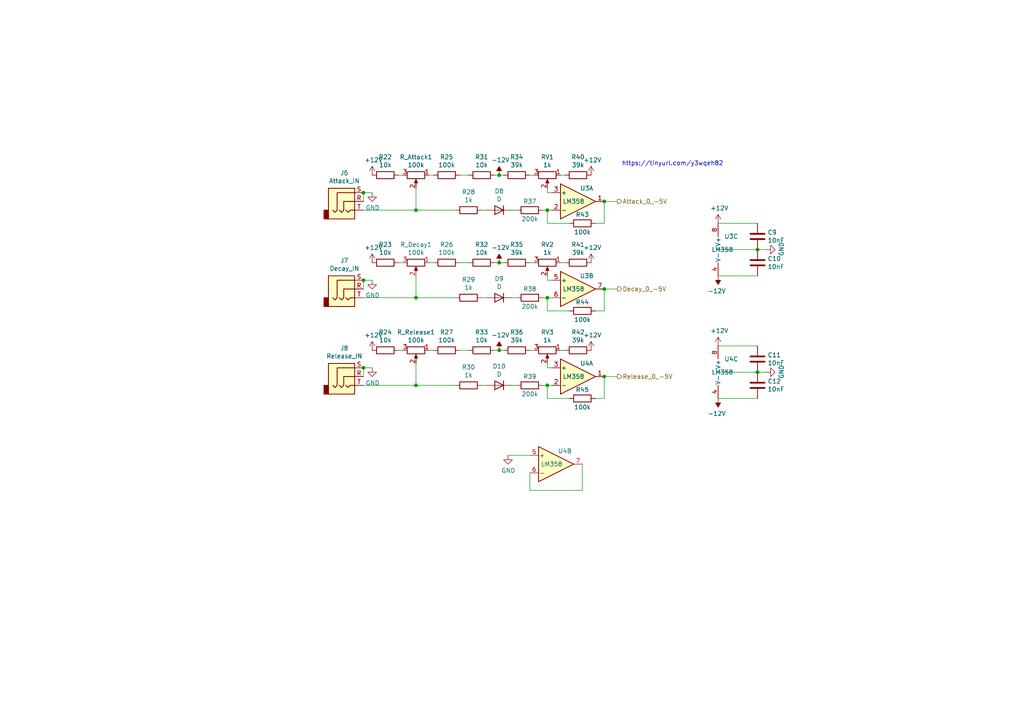
<source format=kicad_sch>
(kicad_sch (version 20211123) (generator eeschema)
  (paper "A4")
  (lib_symbols
    (symbol "Amplifier_Operational:LM358" (pin_names (offset 0.127))
      (property "Reference" "U" (at 0 5.08 0))
      (property "Value" "LM358" (at 0 -5.08 0))
      (symbol "LM358_1_1"
        (polyline (pts (xy -5.08 5.08) (xy 5.08 0) (xy -5.08 -5.08) (xy -5.08 5.08)) (stroke (width 0.254)) (fill (type background)))
        (pin output line (at 7.62 0 180) (length 2.54) (name "~") (number "1"))
        (pin input line (at -7.62 -2.54 0) (length 2.54) (name "-") (number "2"))
        (pin input line (at -7.62 2.54 0) (length 2.54) (name "+") (number "3"))
      )
      (symbol "LM358_2_1"
        (polyline (pts (xy -5.08 5.08) (xy 5.08 0) (xy -5.08 -5.08) (xy -5.08 5.08)) (stroke (width 0.254)) (fill (type background)))
        (pin input line (at -7.62 2.54 0) (length 2.54) (name "+") (number "5"))
        (pin input line (at -7.62 -2.54 0) (length 2.54) (name "-") (number "6"))
        (pin output line (at 7.62 0 180) (length 2.54) (name "~") (number "7"))
      )
      (symbol "LM358_3_1"
        (pin power_in line (at -2.54 -7.62 90) (length 3.81) (name "V-") (number "4"))
        (pin power_in line (at -2.54 7.62 270) (length 3.81) (name "V+") (number "8"))
      )
    )
    (symbol "Connector:AudioJack3"
      (property "Reference" "J" (at 0 8.89 0))
      (property "Value" "AudioJack3" (at 0 6.35 0))
      (symbol "AudioJack3_0_1"
        (rectangle (start -5.08 -5.08) (end -6.35 -2.54) (stroke (width 0.254)) (fill (type outline)))
        (polyline (pts (xy 0 -2.54) (xy 0.635 -3.175) (xy 1.27 -2.54) (xy 2.54 -2.54)) (stroke (width 0.254)))
        (polyline (pts (xy -1.905 -2.54) (xy -1.27 -3.175) (xy -0.635 -2.54) (xy -0.635 0) (xy 2.54 0)) (stroke (width 0.254)))
        (polyline (pts (xy 2.54 2.54) (xy -2.54 2.54) (xy -2.54 -2.54) (xy -3.175 -3.175) (xy -3.81 -2.54)) (stroke (width 0.254)))
        (rectangle (start 2.54 3.81) (end -5.08 -5.08) (stroke (width 0.254)) (fill (type background)))
      )
      (symbol "AudioJack3_1_1"
        (pin passive line (at 5.08 0 180) (length 2.54) (name "~") (number "R"))
        (pin passive line (at 5.08 2.54 180) (length 2.54) (name "~") (number "S"))
        (pin passive line (at 5.08 -2.54 180) (length 2.54) (name "~") (number "T"))
      )
    )
    (symbol "Device:C" (pin_numbers hide) (pin_names (offset 0.254))
      (property "Reference" "C" (at 0.635 2.54 0))
      (property "Value" "C" (at 0.635 -2.54 0))
      (symbol "C_0_1"
        (polyline (pts (xy -2.032 -0.762) (xy 2.032 -0.762)) (stroke (width 0.508)))
        (polyline (pts (xy -2.032 0.762) (xy 2.032 0.762)) (stroke (width 0.508)))
      )
      (symbol "C_1_1"
        (pin passive line (at 0 3.81 270) (length 2.794) (name "~") (number "1"))
        (pin passive line (at 0 -3.81 90) (length 2.794) (name "~") (number "2"))
      )
    )
    (symbol "Device:D" (pin_numbers hide) (pin_names (offset 1.016) hide)
      (property "Reference" "D" (at 0 2.54 0))
      (property "Value" "D" (at 0 -2.54 0))
      (symbol "D_0_1"
        (polyline (pts (xy -1.27 1.27) (xy -1.27 -1.27)) (stroke (width 0.254)))
        (polyline (pts (xy 1.27 0) (xy -1.27 0)))
        (polyline (pts (xy 1.27 1.27) (xy 1.27 -1.27) (xy -1.27 0) (xy 1.27 1.27)) (stroke (width 0.254)))
      )
      (symbol "D_1_1"
        (pin passive line (at -3.81 0 0) (length 2.54) (name "K") (number "1"))
        (pin passive line (at 3.81 0 180) (length 2.54) (name "A") (number "2"))
      )
    )
    (symbol "Device:R" (pin_numbers hide) (pin_names (offset 0))
      (property "Reference" "R" (at 2.032 0 90))
      (property "Value" "R" (at 0 0 90))
      (symbol "R_0_1"
        (rectangle (start -1.016 -2.54) (end 1.016 2.54) (stroke (width 0.254)))
      )
      (symbol "R_1_1"
        (pin passive line (at 0 3.81 270) (length 1.27) (name "~") (number "1"))
        (pin passive line (at 0 -3.81 90) (length 1.27) (name "~") (number "2"))
      )
    )
    (symbol "Device:R_Potentiometer" (pin_names (offset 1.016) hide)
      (property "Reference" "RV" (at -4.445 0 90))
      (property "Value" "R_Potentiometer" (at -2.54 0 90))
      (symbol "R_Potentiometer_0_1"
        (polyline (pts (xy 2.54 0) (xy 1.524 0)))
        (polyline (pts (xy 1.143 0) (xy 2.286 0.508) (xy 2.286 -0.508) (xy 1.143 0)) (fill (type outline)))
        (rectangle (start 1.016 2.54) (end -1.016 -2.54) (stroke (width 0.254)))
      )
      (symbol "R_Potentiometer_1_1"
        (pin passive line (at 0 3.81 270) (length 1.27) (name "1") (number "1"))
        (pin passive line (at 3.81 0 180) (length 1.27) (name "2") (number "2"))
        (pin passive line (at 0 -3.81 90) (length 1.27) (name "3") (number "3"))
      )
    )
    (symbol "power:+12V" (power) (pin_names (offset 0))
      (property "Value" "+12V" (at 0 3.556 0))
      (symbol "+12V_0_1"
        (polyline (pts (xy -0.762 1.27) (xy 0 2.54)))
        (polyline (pts (xy 0 0) (xy 0 2.54)))
        (polyline (pts (xy 0 2.54) (xy 0.762 1.27)))
      )
      (symbol "+12V_1_1"
        (pin power_in line (at 0 0 90) (length 0) hide (name "+12V") (number "1"))
      )
    )
    (symbol "power:-12V" (power) (pin_names (offset 0))
      (property "Value" "-12V" (at 0 3.81 0))
      (symbol "-12V_0_0"
        (pin power_in line (at 0 0 90) (length 0) hide (name "-12V") (number "1"))
      )
      (symbol "-12V_0_1"
        (polyline (pts (xy 0 0) (xy 0 1.27) (xy 0.762 1.27) (xy 0 2.54) (xy -0.762 1.27) (xy 0 1.27)) (fill (type outline)))
      )
    )
    (symbol "power:GND" (power) (pin_names (offset 0))
      (property "Value" "GND" (at 0 -3.81 0))
      (symbol "GND_0_1"
        (polyline (pts (xy 0 0) (xy 0 -1.27) (xy 1.27 -1.27) (xy 0 -2.54) (xy -1.27 -1.27) (xy 0 -1.27)))
      )
      (symbol "GND_1_1"
        (pin power_in line (at 0 0 270) (length 0) hide (name "GND") (number "1"))
      )
    )
  )
  (junction (at 120.65 111.76))
  (junction (at 105.41 81.28))
  (junction (at 105.41 106.68))
  (junction (at 158.75 86.36))
  (junction (at 144.78 50.8))
  (junction (at 175.26 58.42))
  (junction (at 105.41 55.88))
  (junction (at 120.65 60.96))
  (junction (at 219.71 107.95))
  (junction (at 175.26 109.22))
  (junction (at 120.65 86.36))
  (junction (at 158.75 111.76))
  (junction (at 175.26 83.82))
  (junction (at 158.75 60.96))
  (junction (at 219.71 72.39))
  (junction (at 144.78 76.2))
  (junction (at 144.78 101.6))
  (wire (pts (xy 139.7 60.96) (xy 140.97 60.96)))
  (wire (pts (xy 158.75 55.88) (xy 160.02 55.88)))
  (wire (pts (xy 153.67 137.16) (xy 153.67 142.24)))
  (wire (pts (xy 208.28 115.57) (xy 219.71 115.57)))
  (wire (pts (xy 219.71 72.39) (xy 222.25 72.39)))
  (wire (pts (xy 153.67 50.8) (xy 154.94 50.8)))
  (wire (pts (xy 175.26 115.57) (xy 172.72 115.57)))
  (wire (pts (xy 175.26 109.22) (xy 179.07 109.22)))
  (wire (pts (xy 153.67 132.08) (xy 147.32 132.08)))
  (wire (pts (xy 157.48 60.96) (xy 158.75 60.96)))
  (wire (pts (xy 146.05 76.2) (xy 144.78 76.2)))
  (wire (pts (xy 124.46 101.6) (xy 125.73 101.6)))
  (wire (pts (xy 148.59 86.36) (xy 149.86 86.36)))
  (wire (pts (xy 165.1 64.77) (xy 158.75 64.77)))
  (wire (pts (xy 120.65 80.01) (xy 120.65 86.36)))
  (wire (pts (xy 208.28 107.95) (xy 219.71 107.95)))
  (wire (pts (xy 144.78 50.8) (xy 143.51 50.8)))
  (wire (pts (xy 148.59 60.96) (xy 149.86 60.96)))
  (wire (pts (xy 175.26 83.82) (xy 179.07 83.82)))
  (wire (pts (xy 158.75 81.28) (xy 160.02 81.28)))
  (wire (pts (xy 153.67 101.6) (xy 154.94 101.6)))
  (wire (pts (xy 107.95 106.68) (xy 105.41 106.68)))
  (wire (pts (xy 107.95 55.88) (xy 105.41 55.88)))
  (wire (pts (xy 157.48 111.76) (xy 158.75 111.76)))
  (wire (pts (xy 146.05 101.6) (xy 144.78 101.6)))
  (wire (pts (xy 208.28 64.77) (xy 219.71 64.77)))
  (wire (pts (xy 105.41 109.22) (xy 105.41 106.68)))
  (wire (pts (xy 124.46 76.2) (xy 125.73 76.2)))
  (wire (pts (xy 120.65 111.76) (xy 132.08 111.76)))
  (wire (pts (xy 105.41 58.42) (xy 105.41 55.88)))
  (wire (pts (xy 208.28 72.39) (xy 219.71 72.39)))
  (wire (pts (xy 120.65 86.36) (xy 132.08 86.36)))
  (wire (pts (xy 158.75 105.41) (xy 158.75 106.68)))
  (wire (pts (xy 107.95 81.28) (xy 105.41 81.28)))
  (wire (pts (xy 139.7 86.36) (xy 140.97 86.36)))
  (wire (pts (xy 146.05 50.8) (xy 144.78 50.8)))
  (wire (pts (xy 153.67 142.24) (xy 168.91 142.24)))
  (wire (pts (xy 133.35 50.8) (xy 135.89 50.8)))
  (wire (pts (xy 162.56 101.6) (xy 163.83 101.6)))
  (wire (pts (xy 158.75 90.17) (xy 158.75 86.36)))
  (wire (pts (xy 144.78 101.6) (xy 143.51 101.6)))
  (wire (pts (xy 157.48 86.36) (xy 158.75 86.36)))
  (wire (pts (xy 124.46 50.8) (xy 125.73 50.8)))
  (wire (pts (xy 219.71 107.95) (xy 222.25 107.95)))
  (wire (pts (xy 105.41 83.82) (xy 105.41 81.28)))
  (wire (pts (xy 175.26 64.77) (xy 172.72 64.77)))
  (wire (pts (xy 158.75 80.01) (xy 158.75 81.28)))
  (wire (pts (xy 158.75 64.77) (xy 158.75 60.96)))
  (wire (pts (xy 175.26 58.42) (xy 179.07 58.42)))
  (wire (pts (xy 105.41 60.96) (xy 120.65 60.96)))
  (wire (pts (xy 144.78 76.2) (xy 143.51 76.2)))
  (wire (pts (xy 120.65 105.41) (xy 120.65 111.76)))
  (wire (pts (xy 162.56 50.8) (xy 163.83 50.8)))
  (wire (pts (xy 165.1 90.17) (xy 158.75 90.17)))
  (wire (pts (xy 208.28 100.33) (xy 219.71 100.33)))
  (wire (pts (xy 115.57 50.8) (xy 116.84 50.8)))
  (wire (pts (xy 105.41 86.36) (xy 120.65 86.36)))
  (wire (pts (xy 175.26 90.17) (xy 172.72 90.17)))
  (wire (pts (xy 158.75 86.36) (xy 160.02 86.36)))
  (wire (pts (xy 158.75 106.68) (xy 160.02 106.68)))
  (wire (pts (xy 208.28 80.01) (xy 219.71 80.01)))
  (wire (pts (xy 175.26 109.22) (xy 175.26 115.57)))
  (wire (pts (xy 133.35 76.2) (xy 135.89 76.2)))
  (wire (pts (xy 105.41 111.76) (xy 120.65 111.76)))
  (wire (pts (xy 158.75 115.57) (xy 158.75 111.76)))
  (wire (pts (xy 158.75 54.61) (xy 158.75 55.88)))
  (wire (pts (xy 165.1 115.57) (xy 158.75 115.57)))
  (wire (pts (xy 115.57 101.6) (xy 116.84 101.6)))
  (wire (pts (xy 120.65 54.61) (xy 120.65 60.96)))
  (wire (pts (xy 158.75 60.96) (xy 160.02 60.96)))
  (wire (pts (xy 168.91 142.24) (xy 168.91 134.62)))
  (wire (pts (xy 158.75 111.76) (xy 160.02 111.76)))
  (wire (pts (xy 153.67 76.2) (xy 154.94 76.2)))
  (wire (pts (xy 175.26 58.42) (xy 175.26 64.77)))
  (wire (pts (xy 133.35 101.6) (xy 135.89 101.6)))
  (wire (pts (xy 148.59 111.76) (xy 149.86 111.76)))
  (wire (pts (xy 139.7 111.76) (xy 140.97 111.76)))
  (wire (pts (xy 120.65 60.96) (xy 132.08 60.96)))
  (wire (pts (xy 175.26 83.82) (xy 175.26 90.17)))
  (wire (pts (xy 115.57 76.2) (xy 116.84 76.2)))
  (wire (pts (xy 162.56 76.2) (xy 163.83 76.2)))
  (text "https://tinyurl.com/y3wqeh82" (at 180.34 48.26 0) (effects (font (size 1.27 1.27)) (justify left bottom)))
  (hierarchical_label "Decay_0_-5V" (shape output) (at 179.07 83.82 0))
  (hierarchical_label "Release_0_-5V" (shape output) (at 179.07 109.22 0))
  (hierarchical_label "Attack_0_-5V" (shape output) (at 179.07 58.42 0))
  (symbol (lib_id "power:GND") (at 147.32 132.08 0) (unit 1)
    (property "Reference" "#PWR0109" (effects hide))
    (property "Value" "GND" (at 147.447 136.4742 0))
  )
  (symbol (lib_id "Connector:AudioJack3") (at 100.33 58.42 0) (unit 1)
    (property "Reference" "J6" (at 99.8728 50.165 0))
    (property "Value" "Attack_IN" (at 99.8728 52.4764 0))
    (property "Footprint" "My Stuff:Jack_2.5mm_MJ-355W_Vertical" (effects hide))
  )
  (symbol (lib_id "Connector:AudioJack3") (at 100.33 83.82 0) (unit 1)
    (property "Reference" "J7" (at 99.8728 75.565 0))
    (property "Value" "Decay_IN" (at 99.8728 77.8764 0))
    (property "Footprint" "My Stuff:Jack_2.5mm_MJ-355W_Vertical" (effects hide))
  )
  (symbol (lib_id "Amplifier_Operational:LM358") (at 167.64 58.42 0) (unit 1)
    (property "Reference" "U3" (at 170.18 54.61 0))
    (property "Value" "LM358" (at 166.37 58.42 0))
    (property "Footprint" "Package_DIP:DIP-8_W7.62mm" (effects hide))
    (property "Datasheet" "http://www.ti.com/lit/ds/symlink/lm2904-n.pdf" (effects hide))
  )
  (symbol (lib_id "Device:R") (at 153.67 60.96 270) (unit 1)
    (property "Reference" "R37" (at 153.67 58.42 90))
    (property "Value" "200k" (at 153.67 63.5 90))
    (property "Footprint" "Resistor_SMD:R_1206_3216Metric_Pad1.30x1.75mm_HandSolder" (effects hide))
  )
  (symbol (lib_id "Device:R") (at 168.91 64.77 270) (unit 1)
    (property "Reference" "R43" (at 168.91 62.23 90))
    (property "Value" "100k" (at 168.91 67.31 90))
    (property "Footprint" "Resistor_SMD:R_1206_3216Metric_Pad1.30x1.75mm_HandSolder" (effects hide))
  )
  (symbol (lib_id "power:GND") (at 107.95 55.88 0) (unit 1)
    (property "Reference" "#PWR031" (effects hide))
    (property "Value" "GND" (at 108.077 60.2742 0))
  )
  (symbol (lib_id "Device:D") (at 144.78 60.96 180) (unit 1)
    (property "Reference" "D8" (at 144.78 55.4482 0))
    (property "Value" "D" (at 144.78 57.7596 0))
    (property "Footprint" "Diode_THT:D_A-405_P7.62mm_Horizontal" (effects hide))
  )
  (symbol (lib_id "Device:R") (at 135.89 60.96 90) (unit 1)
    (property "Reference" "R28" (at 135.89 55.7022 90))
    (property "Value" "1k" (at 135.89 58.0136 90))
    (property "Footprint" "Resistor_SMD:R_1206_3216Metric_Pad1.30x1.75mm_HandSolder" (effects hide))
  )
  (symbol (lib_id "Device:R") (at 111.76 50.8 90) (unit 1)
    (property "Reference" "R22" (at 111.76 45.5422 90))
    (property "Value" "10k" (at 111.76 47.8536 90))
    (property "Footprint" "Resistor_SMD:R_1206_3216Metric_Pad1.30x1.75mm_HandSolder" (effects hide))
  )
  (symbol (lib_id "Device:R") (at 139.7 50.8 90) (unit 1)
    (property "Reference" "R31" (at 139.7 45.5422 90))
    (property "Value" "10k" (at 139.7 47.8536 90))
    (property "Footprint" "Resistor_SMD:R_1206_3216Metric_Pad1.30x1.75mm_HandSolder" (effects hide))
  )
  (symbol (lib_id "Device:R_Potentiometer") (at 120.65 50.8 270) (unit 1)
    (property "Reference" "R_Attack1" (at 120.65 45.5422 90))
    (property "Value" "100k" (at 120.65 47.8536 90))
    (property "Footprint" "My Stuff:Potentiometer_Alpha_RD901F-40-00D_Single_Vertical_w_3d" (effects hide))
  )
  (symbol (lib_id "Device:R") (at 149.86 50.8 90) (unit 1)
    (property "Reference" "R34" (at 149.86 45.5422 90))
    (property "Value" "39k" (at 149.86 47.8536 90))
    (property "Footprint" "Resistor_SMD:R_1206_3216Metric_Pad1.30x1.75mm_HandSolder" (effects hide))
  )
  (symbol (lib_id "Device:R") (at 167.64 50.8 90) (unit 1)
    (property "Reference" "R40" (at 167.64 45.5422 90))
    (property "Value" "39k" (at 167.64 47.8536 90))
    (property "Footprint" "Resistor_SMD:R_1206_3216Metric_Pad1.30x1.75mm_HandSolder" (effects hide))
  )
  (symbol (lib_id "Device:R_Potentiometer") (at 158.75 50.8 270) (unit 1)
    (property "Reference" "RV1" (at 158.75 45.5422 90))
    (property "Value" "1k" (at 158.75 47.8536 90))
    (property "Footprint" "Potentiometer_THT:Potentiometer_Bourns_3296W_Vertical" (effects hide))
  )
  (symbol (lib_id "power:+12V") (at 107.95 50.8 0) (unit 1)
    (property "Reference" "#PWR030" (effects hide))
    (property "Value" "+12V" (at 108.331 46.4058 0))
  )
  (symbol (lib_id "power:+12V") (at 171.45 50.8 0) (unit 1)
    (property "Reference" "#PWR039" (effects hide))
    (property "Value" "+12V" (at 171.831 46.4058 0))
  )
  (symbol (lib_id "power:-12V") (at 144.78 50.8 0) (unit 1)
    (property "Reference" "#PWR036" (effects hide))
    (property "Value" "-12V" (at 145.161 46.4058 0))
  )
  (symbol (lib_id "Device:R") (at 129.54 50.8 90) (unit 1)
    (property "Reference" "R25" (at 129.54 45.5422 90))
    (property "Value" "100k" (at 129.54 47.8536 90))
    (property "Footprint" "Resistor_SMD:R_1206_3216Metric_Pad1.30x1.75mm_HandSolder" (effects hide))
  )
  (symbol (lib_id "Amplifier_Operational:LM358") (at 167.64 83.82 0) (unit 2)
    (property "Reference" "U3" (at 170.18 80.01 0))
    (property "Value" "LM358" (at 166.37 83.82 0))
    (property "Footprint" "Package_DIP:DIP-8_W7.62mm" (effects hide))
    (property "Datasheet" "http://www.ti.com/lit/ds/symlink/lm2904-n.pdf" (effects hide))
  )
  (symbol (lib_id "Device:R") (at 153.67 86.36 270) (unit 1)
    (property "Reference" "R38" (at 153.67 83.82 90))
    (property "Value" "200k" (at 153.67 88.9 90))
    (property "Footprint" "Resistor_SMD:R_1206_3216Metric_Pad1.30x1.75mm_HandSolder" (effects hide))
  )
  (symbol (lib_id "Device:R") (at 168.91 90.17 270) (unit 1)
    (property "Reference" "R44" (at 168.91 87.63 90))
    (property "Value" "100k" (at 168.91 92.71 90))
    (property "Footprint" "Resistor_SMD:R_1206_3216Metric_Pad1.30x1.75mm_HandSolder" (effects hide))
  )
  (symbol (lib_id "power:GND") (at 107.95 81.28 0) (unit 1)
    (property "Reference" "#PWR033" (effects hide))
    (property "Value" "GND" (at 108.077 85.6742 0))
  )
  (symbol (lib_id "Device:D") (at 144.78 86.36 180) (unit 1)
    (property "Reference" "D9" (at 144.78 80.8482 0))
    (property "Value" "D" (at 144.78 83.1596 0))
    (property "Footprint" "Diode_THT:D_A-405_P7.62mm_Horizontal" (effects hide))
  )
  (symbol (lib_id "Device:R") (at 135.89 86.36 90) (unit 1)
    (property "Reference" "R29" (at 135.89 81.1022 90))
    (property "Value" "1k" (at 135.89 83.4136 90))
    (property "Footprint" "Resistor_SMD:R_1206_3216Metric_Pad1.30x1.75mm_HandSolder" (effects hide))
  )
  (symbol (lib_id "Device:R") (at 111.76 76.2 90) (unit 1)
    (property "Reference" "R23" (at 111.76 70.9422 90))
    (property "Value" "10k" (at 111.76 73.2536 90))
    (property "Footprint" "Resistor_SMD:R_1206_3216Metric_Pad1.30x1.75mm_HandSolder" (effects hide))
  )
  (symbol (lib_id "Device:R") (at 139.7 76.2 90) (unit 1)
    (property "Reference" "R32" (at 139.7 70.9422 90))
    (property "Value" "10k" (at 139.7 73.2536 90))
    (property "Footprint" "Resistor_SMD:R_1206_3216Metric_Pad1.30x1.75mm_HandSolder" (effects hide))
  )
  (symbol (lib_id "Device:R_Potentiometer") (at 120.65 76.2 270) (unit 1)
    (property "Reference" "R_Decay1" (at 120.65 70.9422 90))
    (property "Value" "100k" (at 120.65 73.2536 90))
    (property "Footprint" "My Stuff:Potentiometer_Alpha_RD901F-40-00D_Single_Vertical_w_3d" (effects hide))
  )
  (symbol (lib_id "Device:R") (at 149.86 76.2 90) (unit 1)
    (property "Reference" "R35" (at 149.86 70.9422 90))
    (property "Value" "39k" (at 149.86 73.2536 90))
    (property "Footprint" "Resistor_SMD:R_1206_3216Metric_Pad1.30x1.75mm_HandSolder" (effects hide))
  )
  (symbol (lib_id "Device:R") (at 167.64 76.2 90) (unit 1)
    (property "Reference" "R41" (at 167.64 70.9422 90))
    (property "Value" "39k" (at 167.64 73.2536 90))
    (property "Footprint" "Resistor_SMD:R_1206_3216Metric_Pad1.30x1.75mm_HandSolder" (effects hide))
  )
  (symbol (lib_id "Device:R_Potentiometer") (at 158.75 76.2 270) (unit 1)
    (property "Reference" "RV2" (at 158.75 70.9422 90))
    (property "Value" "1k" (at 158.75 73.2536 90))
    (property "Footprint" "Potentiometer_THT:Potentiometer_Bourns_3296W_Vertical" (effects hide))
  )
  (symbol (lib_id "power:+12V") (at 107.95 76.2 0) (unit 1)
    (property "Reference" "#PWR032" (effects hide))
    (property "Value" "+12V" (at 108.331 71.8058 0))
  )
  (symbol (lib_id "power:+12V") (at 171.45 76.2 0) (unit 1)
    (property "Reference" "#PWR040" (effects hide))
    (property "Value" "+12V" (at 171.831 71.8058 0))
  )
  (symbol (lib_id "power:-12V") (at 144.78 76.2 0) (unit 1)
    (property "Reference" "#PWR037" (effects hide))
    (property "Value" "-12V" (at 145.161 71.8058 0))
  )
  (symbol (lib_id "Device:R") (at 129.54 76.2 90) (unit 1)
    (property "Reference" "R26" (at 129.54 70.9422 90))
    (property "Value" "100k" (at 129.54 73.2536 90))
    (property "Footprint" "Resistor_SMD:R_1206_3216Metric_Pad1.30x1.75mm_HandSolder" (effects hide))
  )
  (symbol (lib_id "Connector:AudioJack3") (at 100.33 109.22 0) (unit 1)
    (property "Reference" "J8" (at 99.8728 100.965 0))
    (property "Value" "Release_IN" (at 99.8728 103.2764 0))
    (property "Footprint" "My Stuff:Jack_2.5mm_MJ-355W_Vertical" (effects hide))
  )
  (symbol (lib_id "Amplifier_Operational:LM358") (at 167.64 109.22 0) (unit 1)
    (property "Reference" "U4" (at 170.18 105.41 0))
    (property "Value" "LM358" (at 166.37 109.22 0))
    (property "Footprint" "Package_DIP:DIP-8_W7.62mm" (effects hide))
    (property "Datasheet" "http://www.ti.com/lit/ds/symlink/lm2904-n.pdf" (effects hide))
  )
  (symbol (lib_id "Device:R") (at 153.67 111.76 270) (unit 1)
    (property "Reference" "R39" (at 153.67 109.22 90))
    (property "Value" "200k" (at 153.67 114.3 90))
    (property "Footprint" "Resistor_SMD:R_1206_3216Metric_Pad1.30x1.75mm_HandSolder" (effects hide))
  )
  (symbol (lib_id "Device:R") (at 168.91 115.57 270) (unit 1)
    (property "Reference" "R45" (at 168.91 113.03 90))
    (property "Value" "100k" (at 168.91 118.11 90))
    (property "Footprint" "Resistor_SMD:R_1206_3216Metric_Pad1.30x1.75mm_HandSolder" (effects hide))
  )
  (symbol (lib_id "power:GND") (at 107.95 106.68 0) (unit 1)
    (property "Reference" "#PWR035" (effects hide))
    (property "Value" "GND" (at 108.077 111.0742 0))
  )
  (symbol (lib_id "Device:D") (at 144.78 111.76 180) (unit 1)
    (property "Reference" "D10" (at 144.78 106.2482 0))
    (property "Value" "D" (at 144.78 108.5596 0))
    (property "Footprint" "Diode_THT:D_A-405_P7.62mm_Horizontal" (effects hide))
  )
  (symbol (lib_id "Device:R") (at 135.89 111.76 90) (unit 1)
    (property "Reference" "R30" (at 135.89 106.5022 90))
    (property "Value" "1k" (at 135.89 108.8136 90))
    (property "Footprint" "Resistor_SMD:R_1206_3216Metric_Pad1.30x1.75mm_HandSolder" (effects hide))
  )
  (symbol (lib_id "Device:R") (at 111.76 101.6 90) (unit 1)
    (property "Reference" "R24" (at 111.76 96.3422 90))
    (property "Value" "10k" (at 111.76 98.6536 90))
    (property "Footprint" "Resistor_SMD:R_1206_3216Metric_Pad1.30x1.75mm_HandSolder" (effects hide))
  )
  (symbol (lib_id "Device:R") (at 139.7 101.6 90) (unit 1)
    (property "Reference" "R33" (at 139.7 96.3422 90))
    (property "Value" "10k" (at 139.7 98.6536 90))
    (property "Footprint" "Resistor_SMD:R_1206_3216Metric_Pad1.30x1.75mm_HandSolder" (effects hide))
  )
  (symbol (lib_id "Device:R_Potentiometer") (at 120.65 101.6 270) (unit 1)
    (property "Reference" "R_Release1" (at 120.65 96.3422 90))
    (property "Value" "100k" (at 120.65 98.6536 90))
    (property "Footprint" "My Stuff:Potentiometer_Alpha_RD901F-40-00D_Single_Vertical_w_3d" (effects hide))
  )
  (symbol (lib_id "Device:R") (at 149.86 101.6 90) (unit 1)
    (property "Reference" "R36" (at 149.86 96.3422 90))
    (property "Value" "39k" (at 149.86 98.6536 90))
    (property "Footprint" "Resistor_SMD:R_1206_3216Metric_Pad1.30x1.75mm_HandSolder" (effects hide))
  )
  (symbol (lib_id "Device:R") (at 167.64 101.6 90) (unit 1)
    (property "Reference" "R42" (at 167.64 96.3422 90))
    (property "Value" "39k" (at 167.64 98.6536 90))
    (property "Footprint" "Resistor_SMD:R_1206_3216Metric_Pad1.30x1.75mm_HandSolder" (effects hide))
  )
  (symbol (lib_id "Device:R_Potentiometer") (at 158.75 101.6 270) (unit 1)
    (property "Reference" "RV3" (at 158.75 96.3422 90))
    (property "Value" "1k" (at 158.75 98.6536 90))
    (property "Footprint" "Potentiometer_THT:Potentiometer_Bourns_3296W_Vertical" (effects hide))
  )
  (symbol (lib_id "power:+12V") (at 107.95 101.6 0) (unit 1)
    (property "Reference" "#PWR034" (effects hide))
    (property "Value" "+12V" (at 108.331 97.2058 0))
  )
  (symbol (lib_id "power:+12V") (at 171.45 101.6 0) (unit 1)
    (property "Reference" "#PWR041" (effects hide))
    (property "Value" "+12V" (at 171.831 97.2058 0))
  )
  (symbol (lib_id "power:-12V") (at 144.78 101.6 0) (unit 1)
    (property "Reference" "#PWR038" (effects hide))
    (property "Value" "-12V" (at 145.161 97.2058 0))
  )
  (symbol (lib_id "Device:R") (at 129.54 101.6 90) (unit 1)
    (property "Reference" "R27" (at 129.54 96.3422 90))
    (property "Value" "100k" (at 129.54 98.6536 90))
    (property "Footprint" "Resistor_SMD:R_1206_3216Metric_Pad1.30x1.75mm_HandSolder" (effects hide))
  )
  (symbol (lib_id "Device:C") (at 219.71 104.14 180) (unit 1)
    (property "Reference" "C11" (at 222.631 102.9716 0) (effects (justify right)))
    (property "Value" "10nF" (at 222.631 105.283 0) (effects (justify right)))
    (property "Footprint" "Capacitor_THT:C_Disc_D5.1mm_W3.2mm_P5.00mm" (effects hide))
  )
  (symbol (lib_id "power:GND") (at 222.25 107.95 90) (unit 1)
    (property "Reference" "#PWR047" (effects hide))
    (property "Value" "GND" (at 226.6442 107.823 0))
  )
  (symbol (lib_id "Device:C") (at 219.71 111.76 180) (unit 1)
    (property "Reference" "C12" (at 222.631 110.5916 0) (effects (justify right)))
    (property "Value" "10nF" (at 222.631 112.903 0) (effects (justify right)))
    (property "Footprint" "Capacitor_THT:C_Disc_D5.1mm_W3.2mm_P5.00mm" (effects hide))
  )
  (symbol (lib_id "power:+12V") (at 208.28 100.33 0) (unit 1)
    (property "Reference" "#PWR044" (effects hide))
    (property "Value" "+12V" (at 208.661 95.9358 0))
  )
  (symbol (lib_id "power:-12V") (at 208.28 115.57 180) (unit 1)
    (property "Reference" "#PWR045" (effects hide))
    (property "Value" "-12V" (at 207.899 119.9642 0))
  )
  (symbol (lib_id "Amplifier_Operational:LM358") (at 210.82 107.95 0) (unit 3)
    (property "Reference" "U4" (at 212.09 104.14 0))
    (property "Value" "LM358" (at 209.55 107.95 0))
    (property "Footprint" "Package_DIP:DIP-8_W7.62mm" (effects hide))
    (property "Datasheet" "http://www.ti.com/lit/ds/symlink/lm2904-n.pdf" (effects hide))
  )
  (symbol (lib_id "Device:C") (at 219.71 68.58 180) (unit 1)
    (property "Reference" "C9" (at 222.631 67.4116 0) (effects (justify right)))
    (property "Value" "10nF" (at 222.631 69.723 0) (effects (justify right)))
    (property "Footprint" "Capacitor_THT:C_Disc_D5.1mm_W3.2mm_P5.00mm" (effects hide))
  )
  (symbol (lib_id "power:GND") (at 222.25 72.39 90) (unit 1)
    (property "Reference" "#PWR046" (effects hide))
    (property "Value" "GND" (at 226.6442 72.263 0))
  )
  (symbol (lib_id "Device:C") (at 219.71 76.2 180) (unit 1)
    (property "Reference" "C10" (at 222.631 75.0316 0) (effects (justify right)))
    (property "Value" "10nF" (at 222.631 77.343 0) (effects (justify right)))
    (property "Footprint" "Capacitor_THT:C_Disc_D5.1mm_W3.2mm_P5.00mm" (effects hide))
  )
  (symbol (lib_id "power:+12V") (at 208.28 64.77 0) (unit 1)
    (property "Reference" "#PWR042" (effects hide))
    (property "Value" "+12V" (at 208.661 60.3758 0))
  )
  (symbol (lib_id "power:-12V") (at 208.28 80.01 180) (unit 1)
    (property "Reference" "#PWR043" (effects hide))
    (property "Value" "-12V" (at 207.899 84.4042 0))
  )
  (symbol (lib_id "Amplifier_Operational:LM358") (at 210.82 72.39 0) (unit 3)
    (property "Reference" "U3" (at 212.09 68.58 0))
    (property "Value" "LM358" (at 209.55 72.39 0))
    (property "Footprint" "Package_DIP:DIP-8_W7.62mm" (effects hide))
    (property "Datasheet" "http://www.ti.com/lit/ds/symlink/lm2904-n.pdf" (effects hide))
  )
  (symbol (lib_id "Amplifier_Operational:LM358") (at 161.29 134.62 0) (unit 2)
    (property "Reference" "U4" (at 163.83 130.81 0))
    (property "Value" "LM358" (at 160.02 134.62 0))
    (property "Footprint" "Package_DIP:DIP-8_W7.62mm" (effects hide))
    (property "Datasheet" "http://www.ti.com/lit/ds/symlink/lm2904-n.pdf" (effects hide))
  )
)
</source>
